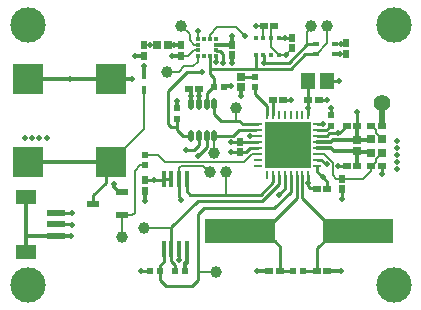
<source format=gtl>
G04*
G04 #@! TF.GenerationSoftware,Altium Limited,Altium Designer,24.5.2 (23)*
G04*
G04 Layer_Physical_Order=1*
G04 Layer_Color=255*
%FSLAX25Y25*%
%MOIN*%
G70*
G04*
G04 #@! TF.SameCoordinates,DA11F9B2-49B4-46D7-84E3-7535E75C2908*
G04*
G04*
G04 #@! TF.FilePolarity,Positive*
G04*
G01*
G75*
%ADD10C,0.00984*%
%ADD16C,0.00787*%
%ADD18C,0.03937*%
%ADD19C,0.11811*%
%ADD20R,0.02598X0.02441*%
%ADD21R,0.02362X0.02165*%
%ADD22R,0.04921X0.05709*%
%ADD23C,0.01968*%
%ADD24R,0.02441X0.02598*%
%ADD25R,0.02638X0.02677*%
%ADD26R,0.02677X0.02638*%
%ADD27R,0.15748X0.15748*%
%ADD28R,0.00984X0.02559*%
%ADD29R,0.02559X0.00984*%
%ADD30R,0.09843X0.09843*%
%ADD31R,0.06102X0.02362*%
%ADD32R,0.07087X0.04724*%
%ADD33R,0.23622X0.07874*%
%ADD34R,0.01772X0.05512*%
%ADD35R,0.02165X0.02362*%
%ADD36R,0.03937X0.02362*%
%ADD37O,0.01968X0.03937*%
%ADD38R,0.01575X0.03150*%
%ADD39R,0.01181X0.01181*%
%ADD40R,0.01181X0.01181*%
%ADD41R,0.02362X0.01575*%
%ADD42R,0.01378X0.01378*%
%ADD43R,0.02559X0.02756*%
%ADD71C,0.00591*%
%ADD72C,0.01968*%
%ADD73C,0.01000*%
%ADD74C,0.01375*%
%ADD75C,0.01181*%
%ADD76C,0.00600*%
%ADD77C,0.05512*%
D10*
X101100Y88075D02*
X103850D01*
X125856Y44755D02*
X125870Y44769D01*
Y47500D01*
X111743Y58555D02*
X114189Y61000D01*
X111310Y58555D02*
X111743D01*
X111122Y58366D02*
X111310Y58555D01*
X114189Y61000D02*
X114268D01*
X104342Y57453D02*
X107536D01*
X108449Y58366D01*
X111122D01*
X107382Y59421D02*
X108862Y60902D01*
X104342Y59421D02*
X107382D01*
X106268Y61390D02*
X106295Y61417D01*
X104342Y61390D02*
X106268D01*
X108862Y60902D02*
Y61000D01*
X108860Y64348D02*
Y66829D01*
Y64348D02*
X108862Y64346D01*
X108858Y66831D02*
X108860Y66829D01*
X107764Y75984D02*
X111644D01*
X107748Y76000D02*
X107764Y75984D01*
X107524Y69500D02*
X107551Y69527D01*
X104854Y69500D02*
X107524D01*
X95644D02*
X95656Y69512D01*
X93043Y69500D02*
X95644D01*
X70463Y82096D02*
Y84037D01*
Y82096D02*
X70472Y82087D01*
X70453Y84047D02*
X70463Y84037D01*
X75590Y52067D02*
X75620Y52037D01*
X78465D02*
X78646Y52219D01*
X75620Y52037D02*
X78465D01*
X81961Y53516D02*
X84658D01*
X78646Y52219D02*
X80664D01*
X81961Y53516D01*
X105632Y49579D02*
X107196Y48014D01*
X104342Y49579D02*
X105632D01*
X107196Y48014D02*
X107463D01*
X111346Y47481D02*
X111365Y47500D01*
X114268D01*
X112500Y39768D02*
X112549Y39718D01*
Y36663D02*
Y39718D01*
Y36663D02*
X112598Y36614D01*
X101390Y41732D02*
Y44657D01*
Y41717D02*
X101406Y41732D01*
X101390Y40736D02*
Y41717D01*
X101969Y40157D02*
X104110D01*
X104268Y40000D01*
X101390Y40736D02*
X101969Y40157D01*
D16*
X112205Y88075D02*
X113716D01*
X111811D02*
X112205D01*
X113716D02*
X114032Y88390D01*
X93811Y84500D02*
X96000Y86689D01*
Y86768D01*
X91559Y84500D02*
X93811D01*
X89000Y87059D02*
Y90209D01*
Y87059D02*
X91559Y84500D01*
X89842Y94095D02*
X89921D01*
X89000Y90209D02*
Y93252D01*
X89842Y94095D01*
X83961Y94167D02*
X86385D01*
X86457Y94095D01*
X86441Y90209D02*
Y94079D01*
X86457Y94095D01*
X64521Y89979D02*
X64547Y89953D01*
X64521Y89979D02*
Y92316D01*
X64494Y92342D02*
X64521Y92316D01*
X63181Y86016D02*
X64547D01*
X61433Y84268D02*
X63181Y86016D01*
X59000Y84268D02*
X61433D01*
X35559Y49000D02*
X46500Y59941D01*
Y72882D01*
D18*
X70079Y51968D02*
D03*
X59055Y94095D02*
D03*
X54331Y78740D02*
D03*
X68504Y45669D02*
D03*
X74016D02*
D03*
X77165Y66929D02*
D03*
X102264Y94291D02*
D03*
X107762D02*
D03*
X46457Y26772D02*
D03*
X39201Y23908D02*
D03*
X70472Y12205D02*
D03*
D19*
X129921Y94488D02*
D03*
X7874Y94488D02*
D03*
Y7874D02*
D03*
X129921Y7874D02*
D03*
X129921Y94488D02*
D03*
X7874Y94488D02*
D03*
Y7874D02*
D03*
X129921Y7874D02*
D03*
D20*
X88329Y12500D02*
D03*
X91793D02*
D03*
X107758D02*
D03*
X104293D02*
D03*
X104854Y69500D02*
D03*
X101390D02*
D03*
X122406Y61000D02*
D03*
X125870D02*
D03*
X114268Y47500D02*
D03*
X117732D02*
D03*
X114268Y61000D02*
D03*
X117732D02*
D03*
X122406Y47500D02*
D03*
X125870D02*
D03*
X61654Y73228D02*
D03*
X65118D02*
D03*
X86457Y94095D02*
D03*
X89921D02*
D03*
X107732Y40000D02*
D03*
X104268D02*
D03*
X89579Y69500D02*
D03*
X93043D02*
D03*
D21*
X99673Y12500D02*
D03*
X96327D02*
D03*
X52083D02*
D03*
X48736D02*
D03*
X60256D02*
D03*
X56910D02*
D03*
X69827Y74000D02*
D03*
X73173D02*
D03*
D22*
X101252Y76000D02*
D03*
X107748D02*
D03*
D23*
X117682Y65393D02*
D03*
X125856Y44755D02*
D03*
X106201Y43799D02*
D03*
X101390Y66929D02*
D03*
X111122Y58366D02*
D03*
X106295Y61417D02*
D03*
X108858Y66831D02*
D03*
X111644Y75984D02*
D03*
X107551Y69527D02*
D03*
X95656Y69512D02*
D03*
X70472Y82087D02*
D03*
X80216Y90748D02*
D03*
X75984Y90945D02*
D03*
X55905Y84252D02*
D03*
X66000Y79000D02*
D03*
X75590Y74016D02*
D03*
X81791Y57480D02*
D03*
X75492Y55512D02*
D03*
X75590Y52067D02*
D03*
X112205Y88075D02*
D03*
X112091Y84925D02*
D03*
X93811Y84500D02*
D03*
X93701Y90220D02*
D03*
X83961Y94167D02*
D03*
X75812Y81999D02*
D03*
X78897Y70775D02*
D03*
X65030Y70866D02*
D03*
X62382D02*
D03*
X57480Y69291D02*
D03*
X64494Y92342D02*
D03*
X56750Y87732D02*
D03*
X43500Y84274D02*
D03*
X48650Y87732D02*
D03*
X46457Y80709D02*
D03*
X42476Y76566D02*
D03*
X22047Y76559D02*
D03*
X14124Y56742D02*
D03*
X11762D02*
D03*
X9400D02*
D03*
X7037D02*
D03*
X131102Y46457D02*
D03*
Y55905D02*
D03*
Y53543D02*
D03*
Y51181D02*
D03*
Y48819D02*
D03*
X107463Y48014D02*
D03*
X111346Y47481D02*
D03*
X112598Y36614D02*
D03*
X101406Y41732D02*
D03*
X36614Y41339D02*
D03*
X46850Y35827D02*
D03*
X50000Y42732D02*
D03*
X22441Y24016D02*
D03*
X45669Y12598D02*
D03*
X58268Y16142D02*
D03*
X60584Y15289D02*
D03*
X84252Y12598D02*
D03*
X112205D02*
D03*
X60500Y53000D02*
D03*
X22500Y32000D02*
D03*
X64500Y51000D02*
D03*
X22500Y28000D02*
D03*
X73000Y82000D02*
D03*
X86500D02*
D03*
X59033Y36118D02*
D03*
X91500Y38000D02*
D03*
X100996Y48004D02*
D03*
X96665D02*
D03*
X92335D02*
D03*
X88004D02*
D03*
X100996Y52335D02*
D03*
X96665D02*
D03*
X92335D02*
D03*
X88004D02*
D03*
X100996Y56665D02*
D03*
X96665D02*
D03*
X92335D02*
D03*
X88004D02*
D03*
X100996Y60996D02*
D03*
X96665D02*
D03*
X92335D02*
D03*
X88004D02*
D03*
D24*
X78543Y52008D02*
D03*
Y55472D02*
D03*
X112500Y39768D02*
D03*
Y43232D02*
D03*
X46500Y87732D02*
D03*
Y84268D02*
D03*
X59000Y87732D02*
D03*
Y84268D02*
D03*
X96000Y90232D02*
D03*
Y86768D02*
D03*
X114032Y84925D02*
D03*
Y88390D02*
D03*
X47000Y42732D02*
D03*
Y39268D02*
D03*
X75839Y84520D02*
D03*
Y87984D02*
D03*
D25*
X125850Y52000D02*
D03*
X122150D02*
D03*
X125850Y56500D02*
D03*
X122150D02*
D03*
X50799Y87732D02*
D03*
X54500D02*
D03*
D26*
X117500Y52450D02*
D03*
Y56150D02*
D03*
D27*
X94500Y54500D02*
D03*
D28*
X87610Y64342D02*
D03*
X89579D02*
D03*
X91547D02*
D03*
X93516D02*
D03*
X95484D02*
D03*
X97453D02*
D03*
X99421D02*
D03*
X101390D02*
D03*
Y44657D02*
D03*
X99421D02*
D03*
X97453D02*
D03*
X95484D02*
D03*
X93516D02*
D03*
X91547D02*
D03*
X89579D02*
D03*
X87610D02*
D03*
D29*
X104342Y61390D02*
D03*
Y59421D02*
D03*
Y57453D02*
D03*
Y55484D02*
D03*
Y53516D02*
D03*
Y51547D02*
D03*
Y49579D02*
D03*
Y47610D02*
D03*
X84658D02*
D03*
Y49579D02*
D03*
Y51547D02*
D03*
Y53516D02*
D03*
Y55484D02*
D03*
Y57453D02*
D03*
Y59421D02*
D03*
Y61390D02*
D03*
D30*
X35559Y76559D02*
D03*
Y49000D02*
D03*
X8000D02*
D03*
Y76559D02*
D03*
D31*
X17232Y24094D02*
D03*
Y31969D02*
D03*
Y28032D02*
D03*
D32*
X7291Y37087D02*
D03*
Y18976D02*
D03*
D33*
X78642Y26000D02*
D03*
X118012D02*
D03*
D34*
X53161Y19886D02*
D03*
X55721D02*
D03*
X58280D02*
D03*
X60839D02*
D03*
X53161Y43114D02*
D03*
X55721D02*
D03*
X58280D02*
D03*
X60839D02*
D03*
D35*
X47000Y51173D02*
D03*
Y47827D02*
D03*
X57500Y63327D02*
D03*
Y66673D02*
D03*
X83500Y77173D02*
D03*
Y73827D02*
D03*
X108862Y64346D02*
D03*
Y61000D02*
D03*
D36*
X29776Y35000D02*
D03*
X39224Y38740D02*
D03*
Y31260D02*
D03*
D37*
X62382Y57500D02*
D03*
X64941D02*
D03*
X67500D02*
D03*
X70059D02*
D03*
X62382Y68130D02*
D03*
X64941D02*
D03*
X67500D02*
D03*
X70059D02*
D03*
D38*
X46500Y78000D02*
D03*
Y72882D02*
D03*
D39*
X70453Y84047D02*
D03*
Y86016D02*
D03*
Y87984D02*
D03*
Y89953D02*
D03*
X64547D02*
D03*
Y87984D02*
D03*
Y86016D02*
D03*
Y84047D02*
D03*
D40*
X68484Y89953D02*
D03*
X66516D02*
D03*
Y84047D02*
D03*
X68484D02*
D03*
D41*
X110150Y88075D02*
D03*
Y84925D02*
D03*
X103850Y88075D02*
D03*
Y84925D02*
D03*
D42*
X83882Y84500D02*
D03*
Y90209D02*
D03*
X86441Y84500D02*
D03*
Y90209D02*
D03*
X89000Y84500D02*
D03*
Y90209D02*
D03*
X91559Y84500D02*
D03*
Y90209D02*
D03*
D43*
X79000Y73728D02*
D03*
Y77272D02*
D03*
D71*
X101100Y92272D02*
X102264Y93436D01*
Y94291D01*
X101100Y88075D02*
Y92272D01*
X104244Y84925D02*
X107669Y88350D01*
Y95276D01*
X103850Y84925D02*
X104244D01*
X70965Y93701D02*
X77264D01*
X80216Y90748D01*
X68484Y91220D02*
X70965Y93701D01*
X68484Y89953D02*
Y91220D01*
X81805Y57467D02*
X84644D01*
X81791Y57480D02*
X81805Y57467D01*
X84644D02*
X84658Y57453D01*
X70069Y51978D02*
X70079Y51968D01*
X70069Y51978D02*
Y57490D01*
X70059Y57500D02*
X70069Y57490D01*
X77165Y62598D02*
Y66929D01*
X61811Y89370D02*
X63197Y87984D01*
X64547D01*
X59055Y94095D02*
X61811Y91339D01*
Y89370D02*
Y91339D01*
X58130Y78740D02*
X60098Y80709D01*
X54331Y78740D02*
X58130D01*
X60098Y80709D02*
X62992D01*
X64547Y82264D01*
Y84047D01*
X73750Y38000D02*
X74016Y38266D01*
Y45669D01*
X58280Y43114D02*
Y46862D01*
X59055Y47638D01*
X66436D02*
X68404Y45669D01*
X68504D01*
X59055Y47638D02*
X66436D01*
X39201Y23908D02*
Y31237D01*
X39224Y31260D01*
X55272Y26772D02*
X55721Y27220D01*
X46457Y26772D02*
X55272D01*
X64500Y12205D02*
X70472D01*
X122484Y61000D02*
X123876Y59609D01*
Y58495D02*
Y59609D01*
Y58495D02*
X125850Y56520D01*
Y56500D02*
Y56520D01*
X122406Y61000D02*
X122484D01*
D72*
X125870D02*
Y68602D01*
D73*
X106201Y43799D02*
X107732Y42268D01*
X104342Y45658D02*
X106201Y43799D01*
X101390Y66929D02*
Y69500D01*
Y64342D02*
Y66929D01*
X101252Y76000D02*
X101390Y75862D01*
X61000Y79000D02*
X66000D01*
X83842Y59465D02*
X83878Y59429D01*
X78157Y59465D02*
X83842D01*
X70059Y57500D02*
X76192D01*
X78157Y59465D01*
X78500Y55484D02*
X84658D01*
X75512Y55492D02*
X78492D01*
X75492Y55512D02*
X75512Y55492D01*
X78492D02*
X78500Y55484D01*
X79610Y61390D02*
X84658D01*
X95982Y90226D02*
X95988Y90220D01*
X91571D02*
X93701D01*
X93707Y90226D02*
X95982D01*
X93701Y90220D02*
X93707Y90226D01*
X77165Y62598D02*
X78402D01*
X72402D02*
X77165D01*
X78402D02*
X79610Y61390D01*
X70059Y64941D02*
X72402Y62598D01*
X70059Y64941D02*
Y68130D01*
X54500Y72500D02*
X61000Y79000D01*
X99421Y36716D02*
Y44657D01*
X73750Y38000D02*
X85500D01*
X62000D02*
X73750D01*
X29776Y37776D02*
X34000Y42000D01*
Y47441D01*
X35559Y49000D01*
X50000Y42732D02*
X52780D01*
X47000D02*
X50000D01*
X53161Y43114D02*
X55721D01*
X52780Y42732D02*
X53161Y43114D01*
X45719Y12549D02*
X48687D01*
X48736Y12500D01*
X45669Y12598D02*
X45719Y12549D01*
X58274Y19880D02*
X58280Y19886D01*
X58274Y16148D02*
Y19880D01*
X58268Y16142D02*
X58274Y16148D01*
X56910Y12500D02*
Y14591D01*
X55721Y15779D02*
Y19886D01*
Y15779D02*
X56910Y14591D01*
X55721Y19886D02*
Y27220D01*
X64500Y12205D02*
Y31500D01*
Y9500D02*
Y12205D01*
X101390Y69500D02*
Y75862D01*
X117707Y60975D02*
Y65368D01*
X117682Y65393D02*
X117707Y65368D01*
X117616Y60884D02*
X117707Y60975D01*
X64941Y54562D02*
Y57500D01*
X60500Y53000D02*
X63379D01*
X64941Y54562D01*
X17232Y31969D02*
X17248Y31984D01*
X22484D01*
X22500Y32000D01*
X67500Y54000D02*
Y57500D01*
X64500Y51000D02*
X67500Y54000D01*
X17248Y28016D02*
X22484D01*
X17232Y28032D02*
X17248Y28016D01*
X22484D02*
X22500Y28000D01*
X57500Y59500D02*
X59500Y57500D01*
X57500Y59500D02*
Y60500D01*
X59500Y57500D02*
X62382D01*
X29776Y35000D02*
Y37776D01*
X68484Y80000D02*
Y84047D01*
X70528Y86016D02*
X70543Y86000D01*
X72000D02*
X73000Y85000D01*
Y82000D02*
Y85000D01*
X70453Y86016D02*
X70528D01*
X70543Y86000D02*
X72000D01*
X68484Y80000D02*
X95500D01*
X86500Y82000D02*
X95025D01*
X101100Y88075D01*
X86471Y82029D02*
Y84470D01*
X86441Y84500D02*
X86471Y84470D01*
Y82029D02*
X86500Y82000D01*
X91559Y90209D02*
X91571Y90220D01*
X95988D02*
X96000Y90232D01*
X95500Y80000D02*
X100425Y84925D01*
X102882D01*
X83451Y77222D02*
X83500Y77173D01*
X79000Y77272D02*
X79049Y77222D01*
X83451D01*
X83500Y71500D02*
X87610Y67390D01*
Y64342D02*
Y67390D01*
X83500Y71500D02*
Y73827D01*
X89579Y64342D02*
Y69500D01*
X57500Y60500D02*
Y63327D01*
X68484Y78016D02*
Y80000D01*
X54500Y61500D02*
Y72500D01*
Y61500D02*
X55500Y60500D01*
X57500D01*
X83882Y80586D02*
Y84500D01*
X69827Y74000D02*
Y76673D01*
X68484Y78016D02*
X69827Y76673D01*
X69728Y74000D02*
X69827D01*
X67500Y68130D02*
Y71772D01*
X69728Y74000D01*
X58280Y37134D02*
X59033Y36380D01*
Y36118D02*
Y36380D01*
X58280Y37134D02*
Y43114D01*
X91500Y38000D02*
X93516Y40016D01*
Y44657D01*
X86000Y36000D02*
X91547Y41547D01*
Y44657D01*
X90000Y33500D02*
X95484Y38984D01*
Y44657D01*
X66500Y33500D02*
X90000D01*
X64500Y31500D02*
X66500Y33500D01*
X62500Y7500D02*
X64500Y9500D01*
X54000Y7500D02*
X62500D01*
X52083Y9417D02*
X54000Y7500D01*
X52083Y9417D02*
Y12500D01*
X60839Y39161D02*
X62000Y38000D01*
X85500D02*
X89579Y42079D01*
X64500Y36000D02*
X86000D01*
X55721Y27220D02*
X64500Y36000D01*
X89579Y42079D02*
Y44657D01*
X60839Y39161D02*
Y43114D01*
X53161Y15661D02*
Y19886D01*
X52083Y12500D02*
Y14583D01*
X53161Y15661D01*
X104342Y45658D02*
Y47610D01*
X107732Y40000D02*
Y42268D01*
X104293Y12500D02*
Y20155D01*
X110138Y26000D01*
X118012D01*
X99673Y12500D02*
X104293D01*
X91793D02*
X96327D01*
X86516Y26000D02*
X90500Y22016D01*
Y22000D02*
Y22016D01*
X78642Y26000D02*
X86516D01*
X90500Y22000D02*
X91793Y20707D01*
Y12500D02*
Y20707D01*
X86516Y26000D02*
X97453Y36937D01*
Y44657D01*
X99421Y36716D02*
X110138Y26000D01*
D74*
X109650Y56150D02*
X117500D01*
X108984Y55484D02*
X109650Y56150D01*
X104342Y55484D02*
X108984D01*
X104342Y53516D02*
X108984D01*
X117616Y52333D02*
X117725Y52225D01*
X117616Y47616D02*
Y52333D01*
Y47616D02*
X117732Y47500D01*
X117500Y52450D02*
X117616Y52333D01*
Y56266D02*
X117675Y56325D01*
X117500Y56150D02*
X117616Y56266D01*
X121975Y56325D02*
X122150Y56500D01*
X117675Y56325D02*
X121975D01*
X117616Y56266D02*
Y60884D01*
X117725Y52225D02*
X121925D01*
X122150Y52000D01*
X110000Y52500D02*
X117450D01*
X117500Y52450D01*
X108984Y53516D02*
X110000Y52500D01*
D75*
X75912Y90872D02*
X75984Y90945D01*
X75839Y87984D02*
X75912Y88057D01*
Y90872D01*
X55913Y84260D02*
X58992D01*
X55905Y84252D02*
X55913Y84260D01*
X58992D02*
X59000Y84268D01*
X75583Y74008D02*
X75590Y74016D01*
X73173Y74000D02*
X73181Y74008D01*
X75583D01*
X75812Y81999D02*
X75839Y82026D01*
Y84520D01*
X70453Y87984D02*
X75839D01*
X78897Y70775D02*
X79000Y70878D01*
Y73728D01*
X65030Y68218D02*
Y70866D01*
X65074Y70910D02*
Y73184D01*
X65030Y70866D02*
X65074Y70910D01*
Y73184D02*
X65118Y73228D01*
X62382Y68130D02*
Y70866D01*
X62231Y71017D02*
Y72651D01*
Y71017D02*
X62382Y70866D01*
X61654Y73228D02*
X62231Y72651D01*
X64941Y68130D02*
X65030Y68218D01*
X62358Y68154D02*
X62382Y68130D01*
X57490Y66683D02*
X57500Y66673D01*
X57490Y66683D02*
Y69282D01*
X57480Y69291D02*
X57490Y69282D01*
X56750Y87732D02*
X59000D01*
X43500Y84274D02*
X43506Y84268D01*
X46500D01*
X46457Y80709D02*
X46478Y80687D01*
Y78022D02*
X46500Y78000D01*
X46478Y78022D02*
Y80687D01*
X42469Y76559D02*
X42476Y76566D01*
X35559Y76559D02*
X42469D01*
X22047D02*
X35559D01*
X8000D02*
X22047D01*
X38437Y38740D02*
X39224D01*
X36765Y40412D02*
X38437Y38740D01*
X36765Y40412D02*
Y41188D01*
X36614Y41339D02*
X36765Y41188D01*
X46925Y35902D02*
Y39193D01*
X46850Y35827D02*
X46925Y35902D01*
Y39193D02*
X47000Y39268D01*
X17272Y24055D02*
X22402D01*
X17232Y24094D02*
X17272Y24055D01*
X22402D02*
X22441Y24016D01*
X7606Y24094D02*
X17232D01*
X7291Y24409D02*
Y37087D01*
Y18976D02*
Y24409D01*
X7606Y24094D01*
X60256Y12500D02*
X60434Y12678D01*
Y15138D01*
X60584Y15289D01*
X60839Y15563D02*
Y19886D01*
X84301Y12549D02*
X88279D01*
X84252Y12598D02*
X84301Y12549D01*
X88279D02*
X88329Y12500D01*
X107807Y12549D02*
X112155D01*
X112205Y12598D01*
X107758Y12500D02*
X107807Y12549D01*
X8000Y49000D02*
X35559D01*
D76*
X82650Y51547D02*
X84658D01*
X80102Y49000D02*
X82650Y51547D01*
X53500Y49000D02*
X80102D01*
X106453Y51547D02*
X109500Y48500D01*
X43500Y32000D02*
Y46000D01*
X42760Y31260D02*
X43500Y32000D01*
Y46000D02*
X45327Y47827D01*
X122484Y47500D02*
X123871Y48887D01*
Y50001D01*
X125850Y51980D01*
X122406Y47500D02*
X122484D01*
X125850Y51980D02*
Y52000D01*
X109500Y44500D02*
X110731Y43269D01*
X109500Y44500D02*
Y48500D01*
X112500Y43232D02*
X119732D01*
X122231Y45731D01*
X112463Y43269D02*
X112500Y43232D01*
X122231Y45731D02*
Y47326D01*
X104342Y51547D02*
X106453D01*
X51327Y51173D02*
X53500Y49000D01*
X45327Y47827D02*
X47000D01*
Y51173D02*
X51327D01*
X39224Y31260D02*
X42760D01*
X110731Y43269D02*
X112463D01*
X122231Y47326D02*
X122406Y47500D01*
D77*
X125886Y68602D02*
D03*
M02*

</source>
